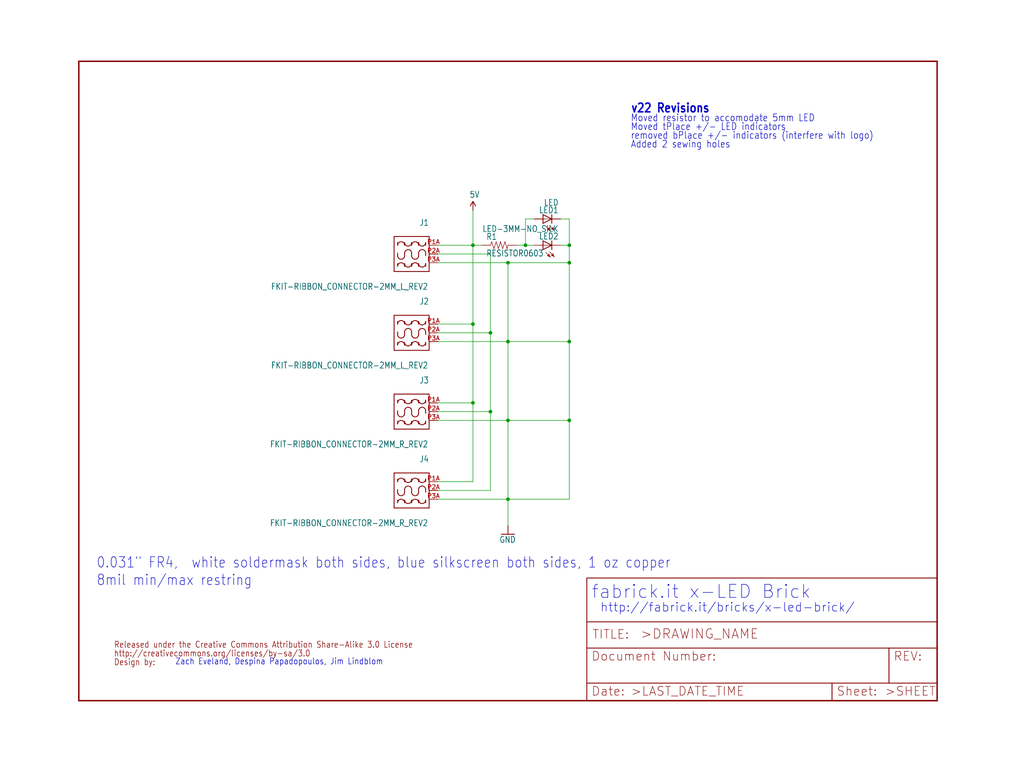
<source format=kicad_sch>
(kicad_sch (version 20211123) (generator eeschema)
  (paper "User" 297.002 223.926)
  (lib_symbols
    (symbol "schematicEagle-eagle-import:5V" (power)
      (property "Value" "5V" (at -1.016 3.556 0))
      (symbol "5V_1_0"
        (polyline (pts (xy 0 2.54) (xy -0.762 1.27)) (stroke (width 0.254)))
        (polyline (pts (xy 0.762 1.27) (xy 0 2.54)) (stroke (width 0.254)))
        (pin power_in line (at 0 0 90) (length 2.54) (name "5V") (number "1"))
      )
    )
    (symbol "schematicEagle-eagle-import:CREATIVE_COMMONS"
      (symbol "CREATIVE_COMMONS_1_0"
        (text "Design by:" (at 0 0 0) (effects (font (size 1.778 1.5113)) (justify left bottom)))
        (text "http://creativecommons.org/licenses/by-sa/3.0" (at 0 2.54 0) (effects (font (size 1.778 1.5113)) (justify left bottom)))
        (text "Released under the Creative Commons Attribution Share-Alike 3.0 License" (at 0 5.08 0) (effects (font (size 1.778 1.5113)) (justify left bottom)))
      )
    )
    (symbol "schematicEagle-eagle-import:FKIT-RIBBON_CONNECTOR-2MM_L_REV2"
      (property "Reference" "J" (at -5.08 8.128 0))
      (property "Value" "FKIT-RIBBON_CONNECTOR-2MM_L_REV2" (at -4.826 -10.414 0))
      (symbol "FKIT-RIBBON_CONNECTOR-2MM_L_REV2_1_0"
        (arc (start -4.064 -2.794) (mid -3.048 -3.81) (end -2.032 -2.794) (stroke (width 0.254)))
        (arc (start -4.064 3.302) (mid -3.048 2.286) (end -2.032 3.302) (stroke (width 0.254)))
        (arc (start -2.032 -0.508) (mid -1.016 -1.5239) (end 0 -0.508) (stroke (width 0.254)))
        (arc (start -2.032 0.254) (mid -3.048 1.2699) (end -4.064 0.254) (stroke (width 0.254)))
        (arc (start 0 -3.556) (mid -1.016 -2.54) (end -2.032 -3.556) (stroke (width 0.254)))
        (arc (start 0 -2.794) (mid 1.016 -3.81) (end 2.032 -2.794) (stroke (width 0.254)))
        (polyline (pts (xy -5.08 -5.08) (xy 5.08 -5.08)) (stroke (width 0.254)))
        (polyline (pts (xy -5.08 5.08) (xy -5.08 -5.08)) (stroke (width 0.254)))
        (polyline (pts (xy -4.064 -2.794) (xy -4.064 -3.556)) (stroke (width 0.254)))
        (polyline (pts (xy -4.064 0.254) (xy -4.064 -0.508)) (stroke (width 0.254)))
        (polyline (pts (xy -4.064 2.54) (xy -4.064 3.302)) (stroke (width 0.254)))
        (polyline (pts (xy -2.032 -2.794) (xy -2.032 -3.556)) (stroke (width 0.254)))
        (polyline (pts (xy -2.032 0.254) (xy -2.032 -0.508)) (stroke (width 0.254)))
        (polyline (pts (xy -2.032 3.302) (xy -2.032 2.54)) (stroke (width 0.254)))
        (polyline (pts (xy 0 -3.556) (xy 0 -2.794)) (stroke (width 0.254)))
        (polyline (pts (xy 0 -0.508) (xy 0 0.254)) (stroke (width 0.254)))
        (polyline (pts (xy 0 2.54) (xy 0 3.302)) (stroke (width 0.254)))
        (polyline (pts (xy 2.032 -2.794) (xy 2.032 -3.556)) (stroke (width 0.254)))
        (polyline (pts (xy 2.032 0.254) (xy 2.032 -0.508)) (stroke (width 0.254)))
        (polyline (pts (xy 2.032 3.302) (xy 2.032 2.54)) (stroke (width 0.254)))
        (polyline (pts (xy 4.064 -3.556) (xy 4.064 -2.794)) (stroke (width 0.254)))
        (polyline (pts (xy 4.064 -0.508) (xy 4.064 0.254)) (stroke (width 0.254)))
        (polyline (pts (xy 4.064 2.54) (xy 4.064 3.302)) (stroke (width 0.254)))
        (polyline (pts (xy 5.08 -5.08) (xy 5.08 5.08)) (stroke (width 0.254)))
        (polyline (pts (xy 5.08 5.08) (xy -5.08 5.08)) (stroke (width 0.254)))
        (arc (start 0 2.54) (mid -1.016 3.556) (end -2.032 2.54) (stroke (width 0.254)))
        (arc (start 0 3.302) (mid 1.016 2.286) (end 2.032 3.302) (stroke (width 0.254)))
        (arc (start 2.032 -0.508) (mid 3.048 -1.5239) (end 4.064 -0.508) (stroke (width 0.254)))
        (arc (start 2.032 0.254) (mid 1.016 1.2699) (end 0 0.254) (stroke (width 0.254)))
        (arc (start 4.064 -3.556) (mid 3.048 -2.54) (end 2.032 -3.556) (stroke (width 0.254)))
        (arc (start 4.064 2.54) (mid 3.048 3.556) (end 2.032 2.54) (stroke (width 0.254)))
        (pin bidirectional line (at -7.62 2.54 0) (length 2.54) (name "P$1") (number "P1A"))
        (pin bidirectional line (at -7.62 0 0) (length 2.54) (name "P$2") (number "P2A"))
        (pin bidirectional line (at -7.62 -2.54 0) (length 2.54) (name "P$3") (number "P3A"))
      )
    )
    (symbol "schematicEagle-eagle-import:FKIT-RIBBON_CONNECTOR-2MM_R_REV2"
      (property "Reference" "J" (at -5.08 8.128 0))
      (property "Value" "FKIT-RIBBON_CONNECTOR-2MM_R_REV2" (at -4.826 -10.414 0))
      (symbol "FKIT-RIBBON_CONNECTOR-2MM_R_REV2_1_0"
        (arc (start -4.064 -2.794) (mid -3.048 -3.81) (end -2.032 -2.794) (stroke (width 0.254)))
        (arc (start -4.064 3.302) (mid -3.048 2.286) (end -2.032 3.302) (stroke (width 0.254)))
        (arc (start -2.032 -0.508) (mid -1.016 -1.5239) (end 0 -0.508) (stroke (width 0.254)))
        (arc (start -2.032 0.254) (mid -3.048 1.2699) (end -4.064 0.254) (stroke (width 0.254)))
        (arc (start 0 -3.556) (mid -1.016 -2.54) (end -2.032 -3.556) (stroke (width 0.254)))
        (arc (start 0 -2.794) (mid 1.016 -3.81) (end 2.032 -2.794) (stroke (width 0.254)))
        (polyline (pts (xy -5.08 -5.08) (xy 5.08 -5.08)) (stroke (width 0.254)))
        (polyline (pts (xy -5.08 5.08) (xy -5.08 -5.08)) (stroke (width 0.254)))
        (polyline (pts (xy -4.064 -2.794) (xy -4.064 -3.556)) (stroke (width 0.254)))
        (polyline (pts (xy -4.064 0.254) (xy -4.064 -0.508)) (stroke (width 0.254)))
        (polyline (pts (xy -4.064 2.54) (xy -4.064 3.302)) (stroke (width 0.254)))
        (polyline (pts (xy -2.032 -2.794) (xy -2.032 -3.556)) (stroke (width 0.254)))
        (polyline (pts (xy -2.032 0.254) (xy -2.032 -0.508)) (stroke (width 0.254)))
        (polyline (pts (xy -2.032 3.302) (xy -2.032 2.54)) (stroke (width 0.254)))
        (polyline (pts (xy 0 -3.556) (xy 0 -2.794)) (stroke (width 0.254)))
        (polyline (pts (xy 0 -0.508) (xy 0 0.254)) (stroke (width 0.254)))
        (polyline (pts (xy 0 2.54) (xy 0 3.302)) (stroke (width 0.254)))
        (polyline (pts (xy 2.032 -2.794) (xy 2.032 -3.556)) (stroke (width 0.254)))
        (polyline (pts (xy 2.032 0.254) (xy 2.032 -0.508)) (stroke (width 0.254)))
        (polyline (pts (xy 2.032 3.302) (xy 2.032 2.54)) (stroke (width 0.254)))
        (polyline (pts (xy 4.064 -3.556) (xy 4.064 -2.794)) (stroke (width 0.254)))
        (polyline (pts (xy 4.064 -0.508) (xy 4.064 0.254)) (stroke (width 0.254)))
        (polyline (pts (xy 4.064 2.54) (xy 4.064 3.302)) (stroke (width 0.254)))
        (polyline (pts (xy 5.08 -5.08) (xy 5.08 5.08)) (stroke (width 0.254)))
        (polyline (pts (xy 5.08 5.08) (xy -5.08 5.08)) (stroke (width 0.254)))
        (arc (start 0 2.54) (mid -1.016 3.556) (end -2.032 2.54) (stroke (width 0.254)))
        (arc (start 0 3.302) (mid 1.016 2.286) (end 2.032 3.302) (stroke (width 0.254)))
        (arc (start 2.032 -0.508) (mid 3.048 -1.5239) (end 4.064 -0.508) (stroke (width 0.254)))
        (arc (start 2.032 0.254) (mid 1.016 1.2699) (end 0 0.254) (stroke (width 0.254)))
        (arc (start 4.064 -3.556) (mid 3.048 -2.54) (end 2.032 -3.556) (stroke (width 0.254)))
        (arc (start 4.064 2.54) (mid 3.048 3.556) (end 2.032 2.54) (stroke (width 0.254)))
        (pin bidirectional line (at -7.62 2.54 0) (length 2.54) (name "P$1") (number "P1A"))
        (pin bidirectional line (at -7.62 0 0) (length 2.54) (name "P$2") (number "P2A"))
        (pin bidirectional line (at -7.62 -2.54 0) (length 2.54) (name "P$3") (number "P3A"))
      )
    )
    (symbol "schematicEagle-eagle-import:FRAME-LETTER"
      (symbol "FRAME-LETTER_1_0"
        (polyline (pts (xy 0 0) (xy 248.92 0)) (stroke (width 0.4064)))
        (polyline (pts (xy 0 185.42) (xy 0 0)) (stroke (width 0.4064)))
        (polyline (pts (xy 0 185.42) (xy 248.92 185.42)) (stroke (width 0.4064)))
        (polyline (pts (xy 248.92 185.42) (xy 248.92 0)) (stroke (width 0.4064)))
      )
      (symbol "FRAME-LETTER_2_0"
        (polyline (pts (xy 0 0) (xy 0 5.08)) (stroke (width 0.254)))
        (polyline (pts (xy 0 0) (xy 71.12 0)) (stroke (width 0.254)))
        (polyline (pts (xy 0 5.08) (xy 0 15.24)) (stroke (width 0.254)))
        (polyline (pts (xy 0 5.08) (xy 71.12 5.08)) (stroke (width 0.254)))
        (polyline (pts (xy 0 15.24) (xy 0 22.86)) (stroke (width 0.254)))
        (polyline (pts (xy 0 22.86) (xy 0 35.56)) (stroke (width 0.254)))
        (polyline (pts (xy 0 22.86) (xy 101.6 22.86)) (stroke (width 0.254)))
        (polyline (pts (xy 71.12 0) (xy 101.6 0)) (stroke (width 0.254)))
        (polyline (pts (xy 71.12 5.08) (xy 71.12 0)) (stroke (width 0.254)))
        (polyline (pts (xy 71.12 5.08) (xy 87.63 5.08)) (stroke (width 0.254)))
        (polyline (pts (xy 87.63 5.08) (xy 101.6 5.08)) (stroke (width 0.254)))
        (polyline (pts (xy 87.63 15.24) (xy 0 15.24)) (stroke (width 0.254)))
        (polyline (pts (xy 87.63 15.24) (xy 87.63 5.08)) (stroke (width 0.254)))
        (polyline (pts (xy 101.6 5.08) (xy 101.6 0)) (stroke (width 0.254)))
        (polyline (pts (xy 101.6 15.24) (xy 87.63 15.24)) (stroke (width 0.254)))
        (polyline (pts (xy 101.6 15.24) (xy 101.6 5.08)) (stroke (width 0.254)))
        (polyline (pts (xy 101.6 22.86) (xy 101.6 15.24)) (stroke (width 0.254)))
        (polyline (pts (xy 101.6 35.56) (xy 0 35.56)) (stroke (width 0.254)))
        (polyline (pts (xy 101.6 35.56) (xy 101.6 22.86)) (stroke (width 0.254)))
        (text ">DRAWING_NAME" (at 15.494 17.78 0) (effects (font (size 2.7432 2.7432)) (justify left bottom)))
        (text ">LAST_DATE_TIME" (at 12.7 1.27 0) (effects (font (size 2.54 2.54)) (justify left bottom)))
        (text ">SHEET" (at 86.36 1.27 0) (effects (font (size 2.54 2.54)) (justify left bottom)))
        (text "Date:" (at 1.27 1.27 0) (effects (font (size 2.54 2.54)) (justify left bottom)))
        (text "Document Number:" (at 1.27 11.43 0) (effects (font (size 2.54 2.54)) (justify left bottom)))
        (text "REV:" (at 88.9 11.43 0) (effects (font (size 2.54 2.54)) (justify left bottom)))
        (text "Sheet:" (at 72.39 1.27 0) (effects (font (size 2.54 2.54)) (justify left bottom)))
        (text "TITLE:" (at 1.524 17.78 0) (effects (font (size 2.54 2.54)) (justify left bottom)))
      )
    )
    (symbol "schematicEagle-eagle-import:GND" (power)
      (property "Value" "GND" (at -2.54 -2.54 0))
      (symbol "GND_1_0"
        (polyline (pts (xy -1.905 0) (xy 1.905 0)) (stroke (width 0.254)))
        (pin power_in line (at 0 2.54 270) (length 2.54) (name "GND") (number "1"))
      )
    )
    (symbol "schematicEagle-eagle-import:LED"
      (property "Reference" "LED" (at 3.556 -4.572 90))
      (property "Value" "LED" (at 5.715 -4.572 90))
      (symbol "LED_1_0"
        (polyline (pts (xy -2.032 -0.762) (xy -3.429 -2.159)) (stroke (width 0.1524)))
        (polyline (pts (xy -1.905 -1.905) (xy -3.302 -3.302)) (stroke (width 0.1524)))
        (polyline (pts (xy 0 -2.54) (xy -1.27 -2.54)) (stroke (width 0.254)))
        (polyline (pts (xy 0 -2.54) (xy -1.27 0)) (stroke (width 0.254)))
        (polyline (pts (xy 0 0) (xy -1.27 0)) (stroke (width 0.254)))
        (polyline (pts (xy 0 0) (xy 0 -2.54)) (stroke (width 0.1524)))
        (polyline (pts (xy 1.27 -2.54) (xy 0 -2.54)) (stroke (width 0.254)))
        (polyline (pts (xy 1.27 0) (xy 0 -2.54)) (stroke (width 0.254)))
        (polyline (pts (xy 1.27 0) (xy 0 0)) (stroke (width 0.254)))
        (polyline (pts (xy -3.429 -2.159) (xy -3.048 -1.27) (xy -2.54 -1.778)) (fill (type outline)))
        (polyline (pts (xy -3.302 -3.302) (xy -2.921 -2.413) (xy -2.413 -2.921)) (fill (type outline)))
        (pin passive line (at 0 2.54 270) (length 2.54) (name "A") (number "A"))
        (pin passive line (at 0 -5.08 90) (length 2.54) (name "C") (number "C"))
      )
    )
    (symbol "schematicEagle-eagle-import:LED-3MM-NO_SILK"
      (property "Reference" "LED" (at 3.556 -4.572 90))
      (property "Value" "LED-3MM-NO_SILK" (at 5.715 -4.572 90))
      (symbol "LED-3MM-NO_SILK_1_0"
        (polyline (pts (xy -2.032 -0.762) (xy -3.429 -2.159)) (stroke (width 0.1524)))
        (polyline (pts (xy -1.905 -1.905) (xy -3.302 -3.302)) (stroke (width 0.1524)))
        (polyline (pts (xy 0 -2.54) (xy -1.27 -2.54)) (stroke (width 0.254)))
        (polyline (pts (xy 0 -2.54) (xy -1.27 0)) (stroke (width 0.254)))
        (polyline (pts (xy 0 0) (xy -1.27 0)) (stroke (width 0.254)))
        (polyline (pts (xy 0 0) (xy 0 -2.54)) (stroke (width 0.1524)))
        (polyline (pts (xy 1.27 -2.54) (xy 0 -2.54)) (stroke (width 0.254)))
        (polyline (pts (xy 1.27 0) (xy 0 -2.54)) (stroke (width 0.254)))
        (polyline (pts (xy 1.27 0) (xy 0 0)) (stroke (width 0.254)))
        (polyline (pts (xy -3.429 -2.159) (xy -3.048 -1.27) (xy -2.54 -1.778)) (fill (type outline)))
        (polyline (pts (xy -3.302 -3.302) (xy -2.921 -2.413) (xy -2.413 -2.921)) (fill (type outline)))
        (pin passive line (at 0 2.54 270) (length 2.54) (name "A") (number "A"))
        (pin passive line (at 0 -5.08 90) (length 2.54) (name "C") (number "K"))
      )
    )
    (symbol "schematicEagle-eagle-import:RESISTOR0603"
      (property "Reference" "R" (at -3.81 1.4986 0))
      (property "Value" "RESISTOR0603" (at -3.81 -3.302 0))
      (symbol "RESISTOR0603_1_0"
        (polyline (pts (xy -2.54 0) (xy -2.159 1.016)) (stroke (width 0.1524)))
        (polyline (pts (xy -2.159 1.016) (xy -1.524 -1.016)) (stroke (width 0.1524)))
        (polyline (pts (xy -1.524 -1.016) (xy -0.889 1.016)) (stroke (width 0.1524)))
        (polyline (pts (xy -0.889 1.016) (xy -0.254 -1.016)) (stroke (width 0.1524)))
        (polyline (pts (xy -0.254 -1.016) (xy 0.381 1.016)) (stroke (width 0.1524)))
        (polyline (pts (xy 0.381 1.016) (xy 1.016 -1.016)) (stroke (width 0.1524)))
        (polyline (pts (xy 1.016 -1.016) (xy 1.651 1.016)) (stroke (width 0.1524)))
        (polyline (pts (xy 1.651 1.016) (xy 2.286 -1.016)) (stroke (width 0.1524)))
        (polyline (pts (xy 2.286 -1.016) (xy 2.54 0)) (stroke (width 0.1524)))
        (pin passive line (at -5.08 0 0) (length 2.54) (name "1") (number "1"))
        (pin passive line (at 5.08 0 180) (length 2.54) (name "2") (number "2"))
      )
    )
  )
  (junction (at 147.32 76.2))
  (junction (at 142.24 96.52))
  (junction (at 137.16 93.98))
  (junction (at 147.32 121.92))
  (junction (at 137.16 71.12))
  (junction (at 147.32 99.06))
  (junction (at 165.1 71.12))
  (junction (at 147.32 144.78))
  (junction (at 137.16 116.84))
  (junction (at 152.4 71.12))
  (junction (at 165.1 76.2))
  (junction (at 165.1 99.06))
  (junction (at 165.1 121.92))
  (junction (at 142.24 119.38))
  (wire (pts (xy 137.16 71.12) (xy 137.16 60.96)))
  (wire (pts (xy 142.24 142.24) (xy 142.24 119.38)))
  (wire (pts (xy 147.32 121.92) (xy 147.32 99.06)))
  (wire (pts (xy 137.16 71.12) (xy 139.7 71.12)))
  (wire (pts (xy 137.16 93.98) (xy 137.16 116.84)))
  (wire (pts (xy 127 121.92) (xy 147.32 121.92)))
  (wire (pts (xy 165.1 71.12) (xy 165.1 76.2)))
  (wire (pts (xy 127 119.38) (xy 142.24 119.38)))
  (wire (pts (xy 142.24 119.38) (xy 142.24 96.52)))
  (wire (pts (xy 137.16 116.84) (xy 127 116.84)))
  (wire (pts (xy 142.24 96.52) (xy 142.24 73.66)))
  (wire (pts (xy 165.1 63.5) (xy 165.1 71.12)))
  (wire (pts (xy 147.32 144.78) (xy 147.32 121.92)))
  (wire (pts (xy 147.32 144.78) (xy 147.32 152.4)))
  (wire (pts (xy 137.16 116.84) (xy 137.16 139.7)))
  (wire (pts (xy 165.1 76.2) (xy 165.1 99.06)))
  (wire (pts (xy 152.4 71.12) (xy 152.4 63.5)))
  (wire (pts (xy 165.1 76.2) (xy 147.32 76.2)))
  (wire (pts (xy 142.24 73.66) (xy 127 73.66)))
  (wire (pts (xy 165.1 121.92) (xy 165.1 144.78)))
  (wire (pts (xy 147.32 99.06) (xy 147.32 76.2)))
  (wire (pts (xy 127 144.78) (xy 147.32 144.78)))
  (wire (pts (xy 147.32 76.2) (xy 127 76.2)))
  (wire (pts (xy 162.56 63.5) (xy 165.1 63.5)))
  (wire (pts (xy 127 96.52) (xy 142.24 96.52)))
  (wire (pts (xy 152.4 71.12) (xy 154.94 71.12)))
  (wire (pts (xy 137.16 139.7) (xy 127 139.7)))
  (wire (pts (xy 165.1 99.06) (xy 165.1 121.92)))
  (wire (pts (xy 165.1 71.12) (xy 162.56 71.12)))
  (wire (pts (xy 152.4 63.5) (xy 154.94 63.5)))
  (wire (pts (xy 149.86 71.12) (xy 152.4 71.12)))
  (wire (pts (xy 165.1 99.06) (xy 147.32 99.06)))
  (wire (pts (xy 137.16 93.98) (xy 127 93.98)))
  (wire (pts (xy 127 142.24) (xy 142.24 142.24)))
  (wire (pts (xy 165.1 144.78) (xy 147.32 144.78)))
  (wire (pts (xy 165.1 121.92) (xy 147.32 121.92)))
  (wire (pts (xy 127 71.12) (xy 137.16 71.12)))
  (wire (pts (xy 137.16 71.12) (xy 137.16 93.98)))
  (wire (pts (xy 127 99.06) (xy 147.32 99.06)))
  (text "Moved resistor to accomodate 5mm LED" (at 182.88 35.56 180) (effects (font (size 2.032 1.7272)) (justify left bottom)))
  (text "Added 2 sewing holes" (at 182.88 43.18 180) (effects (font (size 2.032 1.7272)) (justify left bottom)))
  (text "Moved tPlace +/- LED indicators" (at 182.88 38.1 180) (effects (font (size 2.032 1.7272)) (justify left bottom)))
  (text "0.031\" FR4,  white soldermask both sides, blue silkscreen both sides, 1 oz copper" (at 27.94 165.1 0) (effects (font (size 3.048 2.5908)) (justify left bottom)))
  (text "v22 Revisions" (at 182.88 33.02 180) (effects (font (size 2.54 2.159) (thickness 0.4318) bold) (justify left bottom)))
  (text "http://fabrick.it/bricks/x-led-brick/" (at 173.99 177.8 180) (effects (font (size 2.54 2.54)) (justify left bottom)))
  (text "Zach Eveland, Despina Papadopoulos, Jim Lindblom" (at 50.8 193.04 180) (effects (font (size 1.778 1.5113)) (justify left bottom)))
  (text "removed bPlace +/- indicators (interfere with logo)" (at 182.88 40.64 0) (effects (font (size 2.032 1.7272)) (justify left bottom)))
  (text "8mil min/max restring" (at 27.94 170.18 180) (effects (font (size 3.048 2.5908)) (justify left bottom)))
  (text "fabrick.it x-LED Brick" (at 171.45 173.99 180) (effects (font (size 3.81 3.81)) (justify left bottom)))
  (symbol (lib_id "schematicEagle-eagle-import:GND") (at 147.32 154.94 0) (unit 1)
    (property "Reference" "#GND1" (effects hide))
    (property "Value" "GND" (at 144.78 157.48 0) (effects (font (size 1.778 1.5113)) (justify left bottom)))
    (property "Footprint" "schematicEagle:" (effects hide))
  )
  (symbol (lib_id "schematicEagle-eagle-import:FKIT-RIBBON_CONNECTOR-2MM_L_REV2") (at 119.38 73.66 0) (mirror y) (unit 1)
    (property "Reference" "J1" (at 124.46 65.532 0) (effects (font (size 1.778 1.5113)) (justify left bottom)))
    (property "Value" "FKIT-RIBBON_CONNECTOR-2MM_L_REV2" (at 124.206 84.074 0) (effects (font (size 1.778 1.5113)) (justify left bottom)))
    (property "Footprint" "schematicEagle:FKIT-RIBBON_CONNECTOR_03_2MM_L" (effects hide))
  )
  (symbol (lib_id "schematicEagle-eagle-import:LED") (at 157.48 63.5 90) (unit 1)
    (property "Reference" "LED1" (at 162.052 59.944 90) (effects (font (size 1.778 1.5113)) (justify left bottom)))
    (property "Value" "LED" (at 162.052 57.785 90) (effects (font (size 1.778 1.5113)) (justify left bottom)))
    (property "Footprint" "schematicEagle:FKIT-LED-1206_NO_CREAM" (effects hide))
  )
  (symbol (lib_id "schematicEagle-eagle-import:RESISTOR0603") (at 144.78 71.12 0) (unit 1)
    (property "Reference" "R1" (at 140.97 69.6214 0) (effects (font (size 1.778 1.5113)) (justify left bottom)))
    (property "Value" "RESISTOR0603" (at 140.97 74.422 0) (effects (font (size 1.778 1.5113)) (justify left bottom)))
    (property "Footprint" "schematicEagle:0603-RES" (effects hide))
  )
  (symbol (lib_id "schematicEagle-eagle-import:CREATIVE_COMMONS") (at 33.02 193.04 0) (unit 1)
    (property "Reference" "U$1" (effects hide))
    (property "Value" "CREATIVE_COMMONS" (effects hide))
    (property "Footprint" "schematicEagle:CREATIVE_COMMONS" (effects hide))
  )
  (symbol (lib_id "schematicEagle-eagle-import:5V") (at 137.16 60.96 0) (unit 1)
    (property "Reference" "#U$2" (effects hide))
    (property "Value" "5V" (at 136.144 57.404 0) (effects (font (size 1.778 1.5113)) (justify left bottom)))
    (property "Footprint" "schematicEagle:" (effects hide))
  )
  (symbol (lib_id "schematicEagle-eagle-import:FKIT-RIBBON_CONNECTOR-2MM_R_REV2") (at 119.38 119.38 0) (mirror y) (unit 1)
    (property "Reference" "J3" (at 124.46 111.252 0) (effects (font (size 1.778 1.5113)) (justify left bottom)))
    (property "Value" "FKIT-RIBBON_CONNECTOR-2MM_R_REV2" (at 124.206 129.794 0) (effects (font (size 1.778 1.5113)) (justify left bottom)))
    (property "Footprint" "schematicEagle:FKIT-RIBBON_CONNECTOR_03_2MM_R" (effects hide))
  )
  (symbol (lib_id "schematicEagle-eagle-import:FRAME-LETTER") (at 170.18 203.2 0) (unit 2)
    (property "Reference" "#FRAME1" (effects hide))
    (property "Value" "FRAME-LETTER" (effects hide))
    (property "Footprint" "schematicEagle:" (effects hide))
  )
  (symbol (lib_id "schematicEagle-eagle-import:LED-3MM-NO_SILK") (at 157.48 71.12 90) (unit 1)
    (property "Reference" "LED2" (at 162.052 67.564 90) (effects (font (size 1.778 1.5113)) (justify left bottom)))
    (property "Value" "LED-3MM-NO_SILK" (at 162.052 65.405 90) (effects (font (size 1.778 1.5113)) (justify left bottom)))
    (property "Footprint" "schematicEagle:LED3MM-NS" (effects hide))
  )
  (symbol (lib_id "schematicEagle-eagle-import:FKIT-RIBBON_CONNECTOR-2MM_L_REV2") (at 119.38 96.52 0) (mirror y) (unit 1)
    (property "Reference" "J2" (at 124.46 88.392 0) (effects (font (size 1.778 1.5113)) (justify left bottom)))
    (property "Value" "FKIT-RIBBON_CONNECTOR-2MM_L_REV2" (at 124.206 106.934 0) (effects (font (size 1.778 1.5113)) (justify left bottom)))
    (property "Footprint" "schematicEagle:FKIT-RIBBON_CONNECTOR_03_2MM_L" (effects hide))
  )
  (symbol (lib_id "schematicEagle-eagle-import:FKIT-RIBBON_CONNECTOR-2MM_R_REV2") (at 119.38 142.24 0) (mirror y) (unit 1)
    (property "Reference" "J4" (at 124.46 134.112 0) (effects (font (size 1.778 1.5113)) (justify left bottom)))
    (property "Value" "FKIT-RIBBON_CONNECTOR-2MM_R_REV2" (at 124.206 152.654 0) (effects (font (size 1.778 1.5113)) (justify left bottom)))
    (property "Footprint" "schematicEagle:FKIT-RIBBON_CONNECTOR_03_2MM_R" (effects hide))
  )
  (symbol (lib_id "schematicEagle-eagle-import:FRAME-LETTER") (at 22.86 203.2 0) (unit 1)
    (property "Reference" "#FRAME1" (effects hide))
    (property "Value" "FRAME-LETTER" (effects hide))
    (property "Footprint" "schematicEagle:" (effects hide))
  )
)
</source>
